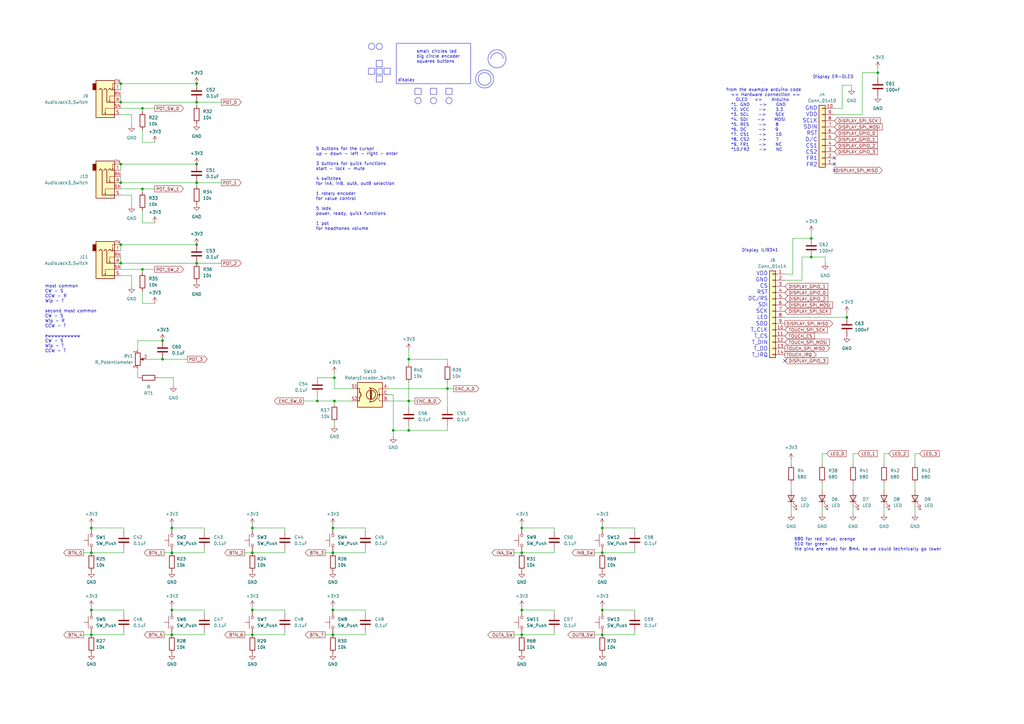
<source format=kicad_sch>
(kicad_sch (version 20230121) (generator eeschema)
  (paper "A3")
  (lib_symbols
    (symbol "Connector_Audio:AudioJack3_Switch"
      (property "Reference" "J" (at 0 11.43 0))
      (property "Value" "AudioJack3_Switch" (at 0 8.89 0))
      (symbol "AudioJack3_Switch_0_1"
        (rectangle (start -5.08 -5.08) (end -6.35 -7.62) (stroke (width 0.254)) (fill (type outline)))
        (polyline (pts (xy -1.27 4.826) (xy -1.016 4.318)))
        (polyline (pts (xy 0.508 -0.254) (xy 0.762 -0.762)))
        (polyline (pts (xy 1.778 -5.334) (xy 2.032 -5.842)))
        (polyline (pts (xy 0 -5.08) (xy 0.635 -5.715) (xy 1.27 -5.08) (xy 2.54 -5.08)) (stroke (width 0.254)))
        (polyline (pts (xy 2.54 -7.62) (xy 1.778 -7.62) (xy 1.778 -5.334) (xy 1.524 -5.842)))
        (polyline (pts (xy 2.54 -2.54) (xy 0.508 -2.54) (xy 0.508 -0.254) (xy 0.254 -0.762)))
        (polyline (pts (xy 2.54 2.54) (xy -1.27 2.54) (xy -1.27 4.826) (xy -1.524 4.318)))
        (polyline (pts (xy -1.905 -5.08) (xy -1.27 -5.715) (xy -0.635 -5.08) (xy -0.635 0) (xy 2.54 0)) (stroke (width 0.254)))
        (polyline (pts (xy 2.54 5.08) (xy -2.54 5.08) (xy -2.54 -5.08) (xy -3.175 -5.715) (xy -3.81 -5.08)) (stroke (width 0.254)))
        (rectangle (start 2.54 6.35) (end -5.08 -8.89) (stroke (width 0.254)) (fill (type background)))
      )
      (symbol "AudioJack3_Switch_1_1"
        (pin passive line (at 5.08 0 180) (length 2.54) (name "~") (number "R"))
        (pin passive line (at 5.08 -2.54 180) (length 2.54) (name "~") (number "RN"))
        (pin passive line (at 5.08 5.08 180) (length 2.54) (name "~") (number "S"))
        (pin passive line (at 5.08 2.54 180) (length 2.54) (name "~") (number "SN"))
        (pin passive line (at 5.08 -5.08 180) (length 2.54) (name "~") (number "T"))
        (pin passive line (at 5.08 -7.62 180) (length 2.54) (name "~") (number "TN"))
      )
    )
    (symbol "Connector_Generic:Conn_01x10" (pin_names (offset 1.016) hide)
      (property "Reference" "J" (at 0 12.7 0))
      (property "Value" "Conn_01x10" (at 0 -15.24 0))
      (symbol "Conn_01x10_1_1"
        (rectangle (start -1.27 -12.573) (end 0 -12.827) (stroke (width 0.1524)))
        (rectangle (start -1.27 -10.033) (end 0 -10.287) (stroke (width 0.1524)))
        (rectangle (start -1.27 -7.493) (end 0 -7.747) (stroke (width 0.1524)))
        (rectangle (start -1.27 -4.953) (end 0 -5.207) (stroke (width 0.1524)))
        (rectangle (start -1.27 -2.413) (end 0 -2.667) (stroke (width 0.1524)))
        (rectangle (start -1.27 0.127) (end 0 -0.127) (stroke (width 0.1524)))
        (rectangle (start -1.27 2.667) (end 0 2.413) (stroke (width 0.1524)))
        (rectangle (start -1.27 5.207) (end 0 4.953) (stroke (width 0.1524)))
        (rectangle (start -1.27 7.747) (end 0 7.493) (stroke (width 0.1524)))
        (rectangle (start -1.27 10.287) (end 0 10.033) (stroke (width 0.1524)))
        (rectangle (start -1.27 11.43) (end 1.27 -13.97) (stroke (width 0.254)) (fill (type background)))
        (pin passive line (at -5.08 10.16 0) (length 3.81) (name "Pin_1") (number "1"))
        (pin passive line (at -5.08 -12.7 0) (length 3.81) (name "Pin_10") (number "10"))
        (pin passive line (at -5.08 7.62 0) (length 3.81) (name "Pin_2") (number "2"))
        (pin passive line (at -5.08 5.08 0) (length 3.81) (name "Pin_3") (number "3"))
        (pin passive line (at -5.08 2.54 0) (length 3.81) (name "Pin_4") (number "4"))
        (pin passive line (at -5.08 0 0) (length 3.81) (name "Pin_5") (number "5"))
        (pin passive line (at -5.08 -2.54 0) (length 3.81) (name "Pin_6") (number "6"))
        (pin passive line (at -5.08 -5.08 0) (length 3.81) (name "Pin_7") (number "7"))
        (pin passive line (at -5.08 -7.62 0) (length 3.81) (name "Pin_8") (number "8"))
        (pin passive line (at -5.08 -10.16 0) (length 3.81) (name "Pin_9") (number "9"))
      )
    )
    (symbol "Connector_Generic:Conn_01x14" (pin_names (offset 1.016) hide)
      (property "Reference" "J" (at 0 17.78 0))
      (property "Value" "Conn_01x14" (at 0 -20.32 0))
      (symbol "Conn_01x14_1_1"
        (rectangle (start -1.27 -17.653) (end 0 -17.907) (stroke (width 0.1524)))
        (rectangle (start -1.27 -15.113) (end 0 -15.367) (stroke (width 0.1524)))
        (rectangle (start -1.27 -12.573) (end 0 -12.827) (stroke (width 0.1524)))
        (rectangle (start -1.27 -10.033) (end 0 -10.287) (stroke (width 0.1524)))
        (rectangle (start -1.27 -7.493) (end 0 -7.747) (stroke (width 0.1524)))
        (rectangle (start -1.27 -4.953) (end 0 -5.207) (stroke (width 0.1524)))
        (rectangle (start -1.27 -2.413) (end 0 -2.667) (stroke (width 0.1524)))
        (rectangle (start -1.27 0.127) (end 0 -0.127) (stroke (width 0.1524)))
        (rectangle (start -1.27 2.667) (end 0 2.413) (stroke (width 0.1524)))
        (rectangle (start -1.27 5.207) (end 0 4.953) (stroke (width 0.1524)))
        (rectangle (start -1.27 7.747) (end 0 7.493) (stroke (width 0.1524)))
        (rectangle (start -1.27 10.287) (end 0 10.033) (stroke (width 0.1524)))
        (rectangle (start -1.27 12.827) (end 0 12.573) (stroke (width 0.1524)))
        (rectangle (start -1.27 15.367) (end 0 15.113) (stroke (width 0.1524)))
        (rectangle (start -1.27 16.51) (end 1.27 -19.05) (stroke (width 0.254)) (fill (type background)))
        (pin passive line (at -5.08 15.24 0) (length 3.81) (name "Pin_1") (number "1"))
        (pin passive line (at -5.08 -7.62 0) (length 3.81) (name "Pin_10") (number "10"))
        (pin passive line (at -5.08 -10.16 0) (length 3.81) (name "Pin_11") (number "11"))
        (pin passive line (at -5.08 -12.7 0) (length 3.81) (name "Pin_12") (number "12"))
        (pin passive line (at -5.08 -15.24 0) (length 3.81) (name "Pin_13") (number "13"))
        (pin passive line (at -5.08 -17.78 0) (length 3.81) (name "Pin_14") (number "14"))
        (pin passive line (at -5.08 12.7 0) (length 3.81) (name "Pin_2") (number "2"))
        (pin passive line (at -5.08 10.16 0) (length 3.81) (name "Pin_3") (number "3"))
        (pin passive line (at -5.08 7.62 0) (length 3.81) (name "Pin_4") (number "4"))
        (pin passive line (at -5.08 5.08 0) (length 3.81) (name "Pin_5") (number "5"))
        (pin passive line (at -5.08 2.54 0) (length 3.81) (name "Pin_6") (number "6"))
        (pin passive line (at -5.08 0 0) (length 3.81) (name "Pin_7") (number "7"))
        (pin passive line (at -5.08 -2.54 0) (length 3.81) (name "Pin_8") (number "8"))
        (pin passive line (at -5.08 -5.08 0) (length 3.81) (name "Pin_9") (number "9"))
      )
    )
    (symbol "Device:C" (pin_numbers hide) (pin_names (offset 0.254))
      (property "Reference" "C" (at 0.635 2.54 0))
      (property "Value" "C" (at 0.635 -2.54 0))
      (symbol "C_0_1"
        (polyline (pts (xy -2.032 -0.762) (xy 2.032 -0.762)) (stroke (width 0.508)))
        (polyline (pts (xy -2.032 0.762) (xy 2.032 0.762)) (stroke (width 0.508)))
      )
      (symbol "C_1_1"
        (pin passive line (at 0 3.81 270) (length 2.794) (name "~") (number "1"))
        (pin passive line (at 0 -3.81 90) (length 2.794) (name "~") (number "2"))
      )
    )
    (symbol "Device:LED" (pin_numbers hide) (pin_names (offset 1.016) hide)
      (property "Reference" "D" (at 0 2.54 0))
      (property "Value" "LED" (at 0 -2.54 0))
      (symbol "LED_0_1"
        (polyline (pts (xy -1.27 -1.27) (xy -1.27 1.27)) (stroke (width 0.254)))
        (polyline (pts (xy -1.27 0) (xy 1.27 0)))
        (polyline (pts (xy 1.27 -1.27) (xy 1.27 1.27) (xy -1.27 0) (xy 1.27 -1.27)) (stroke (width 0.254)))
        (polyline (pts (xy -3.048 -0.762) (xy -4.572 -2.286) (xy -3.81 -2.286) (xy -4.572 -2.286) (xy -4.572 -1.524)))
        (polyline (pts (xy -1.778 -0.762) (xy -3.302 -2.286) (xy -2.54 -2.286) (xy -3.302 -2.286) (xy -3.302 -1.524)))
      )
      (symbol "LED_1_1"
        (pin passive line (at -3.81 0 0) (length 2.54) (name "K") (number "1"))
        (pin passive line (at 3.81 0 180) (length 2.54) (name "A") (number "2"))
      )
    )
    (symbol "Device:R" (pin_numbers hide) (pin_names (offset 0))
      (property "Reference" "R" (at 2.032 0 90))
      (property "Value" "R" (at 0 0 90))
      (symbol "R_0_1"
        (rectangle (start -1.016 -2.54) (end 1.016 2.54) (stroke (width 0.254)))
      )
      (symbol "R_1_1"
        (pin passive line (at 0 3.81 270) (length 1.27) (name "~") (number "1"))
        (pin passive line (at 0 -3.81 90) (length 1.27) (name "~") (number "2"))
      )
    )
    (symbol "Device:R_Potentiometer" (pin_names (offset 1.016) hide)
      (property "Reference" "RV" (at -4.445 0 90))
      (property "Value" "R_Potentiometer" (at -2.54 0 90))
      (symbol "R_Potentiometer_0_1"
        (polyline (pts (xy 2.54 0) (xy 1.524 0)))
        (polyline (pts (xy 1.143 0) (xy 2.286 0.508) (xy 2.286 -0.508) (xy 1.143 0)) (fill (type outline)))
        (rectangle (start 1.016 2.54) (end -1.016 -2.54) (stroke (width 0.254)))
      )
      (symbol "R_Potentiometer_1_1"
        (pin passive line (at 0 3.81 270) (length 1.27) (name "1") (number "1"))
        (pin passive line (at 3.81 0 180) (length 1.27) (name "2") (number "2"))
        (pin passive line (at 0 -3.81 90) (length 1.27) (name "3") (number "3"))
      )
    )
    (symbol "Device:RotaryEncoder_Switch" (pin_names (offset 0.254) hide)
      (property "Reference" "SW" (at 0 6.604 0))
      (property "Value" "RotaryEncoder_Switch" (at 0 -6.604 0))
      (symbol "RotaryEncoder_Switch_0_1"
        (rectangle (start -5.08 5.08) (end 5.08 -5.08) (stroke (width 0.254)) (fill (type background)))
        (circle (center -3.81 0) (radius 0.254) (fill (type outline)))
        (circle (center -0.381 0) (radius 1.905) (stroke (width 0.254)))
        (arc (start -0.381 2.667) (mid -3.0988 -0.0635) (end -0.381 -2.794) (stroke (width 0.254)))
        (polyline (pts (xy -0.635 -1.778) (xy -0.635 1.778)) (stroke (width 0.254)))
        (polyline (pts (xy -0.381 -1.778) (xy -0.381 1.778)) (stroke (width 0.254)))
        (polyline (pts (xy -0.127 1.778) (xy -0.127 -1.778)) (stroke (width 0.254)))
        (polyline (pts (xy 3.81 0) (xy 3.429 0)) (stroke (width 0.254)))
        (polyline (pts (xy 3.81 1.016) (xy 3.81 -1.016)) (stroke (width 0.254)))
        (polyline (pts (xy -5.08 -2.54) (xy -3.81 -2.54) (xy -3.81 -2.032)))
        (polyline (pts (xy -5.08 2.54) (xy -3.81 2.54) (xy -3.81 2.032)))
        (polyline (pts (xy 0.254 -3.048) (xy -0.508 -2.794) (xy 0.127 -2.413)) (stroke (width 0.254)))
        (polyline (pts (xy 0.254 2.921) (xy -0.508 2.667) (xy 0.127 2.286)) (stroke (width 0.254)))
        (polyline (pts (xy 5.08 -2.54) (xy 4.318 -2.54) (xy 4.318 -1.016)) (stroke (width 0.254)))
        (polyline (pts (xy 5.08 2.54) (xy 4.318 2.54) (xy 4.318 1.016)) (stroke (width 0.254)))
        (polyline (pts (xy -5.08 0) (xy -3.81 0) (xy -3.81 -1.016) (xy -3.302 -2.032)))
        (polyline (pts (xy -4.318 0) (xy -3.81 0) (xy -3.81 1.016) (xy -3.302 2.032)))
        (circle (center 4.318 -1.016) (radius 0.127) (stroke (width 0.254)))
        (circle (center 4.318 1.016) (radius 0.127) (stroke (width 0.254)))
      )
      (symbol "RotaryEncoder_Switch_1_1"
        (pin passive line (at -7.62 2.54 0) (length 2.54) (name "A") (number "A"))
        (pin passive line (at -7.62 -2.54 0) (length 2.54) (name "B") (number "B"))
        (pin passive line (at -7.62 0 0) (length 2.54) (name "C") (number "C"))
        (pin passive line (at 7.62 2.54 180) (length 2.54) (name "S1") (number "S1"))
        (pin passive line (at 7.62 -2.54 180) (length 2.54) (name "S2") (number "S2"))
      )
    )
    (symbol "Switch:SW_Push" (pin_numbers hide) (pin_names (offset 1.016) hide)
      (property "Reference" "SW" (at 1.27 2.54 0))
      (property "Value" "SW_Push" (at 0 -1.524 0))
      (symbol "SW_Push_0_1"
        (circle (center -2.032 0) (radius 0.508))
        (polyline (pts (xy 0 1.27) (xy 0 3.048)))
        (polyline (pts (xy 2.54 1.27) (xy -2.54 1.27)))
        (circle (center 2.032 0) (radius 0.508))
        (pin passive line (at -5.08 0 0) (length 2.54) (name "1") (number "1"))
        (pin passive line (at 5.08 0 180) (length 2.54) (name "2") (number "2"))
      )
    )
    (symbol "power:+3V3" (power) (pin_names (offset 0))
      (property "Value" "+3V3" (at 0 3.556 0))
      (symbol "+3V3_0_1"
        (polyline (pts (xy -0.762 1.27) (xy 0 2.54)))
        (polyline (pts (xy 0 0) (xy 0 2.54)))
        (polyline (pts (xy 0 2.54) (xy 0.762 1.27)))
      )
      (symbol "+3V3_1_1"
        (pin power_in line (at 0 0 90) (length 0) hide (name "+3V3") (number "1"))
      )
    )
    (symbol "power:GND" (power) (pin_names (offset 0))
      (property "Value" "GND" (at 0 -3.81 0))
      (symbol "GND_0_1"
        (polyline (pts (xy 0 0) (xy 0 -1.27) (xy 1.27 -1.27) (xy 0 -2.54) (xy -1.27 -1.27) (xy 0 -1.27)))
      )
      (symbol "GND_1_1"
        (pin power_in line (at 0 0 270) (length 0) hide (name "GND") (number "1"))
      )
    )
  )
  (junction (at 167.64 147.32))
  (junction (at 80.645 100.33))
  (junction (at 213.995 260.35))
  (junction (at 80.645 34.29))
  (junction (at 103.505 250.19))
  (junction (at 49.53 107.95))
  (junction (at 37.465 250.19))
  (junction (at 130.175 164.465))
  (junction (at 213.995 250.19))
  (junction (at 247.015 226.695))
  (junction (at 49.53 41.91))
  (junction (at 213.995 216.535))
  (junction (at 49.53 67.31))
  (junction (at 360.045 29.845))
  (junction (at 80.645 67.31))
  (junction (at 49.53 74.93))
  (junction (at 66.675 147.32))
  (junction (at 136.525 216.535))
  (junction (at 37.465 260.35))
  (junction (at 103.505 216.535))
  (junction (at 103.505 226.695))
  (junction (at 247.015 250.19))
  (junction (at 247.015 216.535))
  (junction (at 58.42 77.47))
  (junction (at 332.74 97.79))
  (junction (at 37.465 216.535))
  (junction (at 80.645 41.91))
  (junction (at 136.525 260.35))
  (junction (at 70.485 260.35))
  (junction (at 137.16 164.465))
  (junction (at 137.16 154.94))
  (junction (at 332.74 105.41))
  (junction (at 66.675 139.7))
  (junction (at 49.53 100.33))
  (junction (at 247.015 260.35))
  (junction (at 183.515 159.385))
  (junction (at 70.485 250.19))
  (junction (at 136.525 250.19))
  (junction (at 70.485 226.695))
  (junction (at 347.345 130.175))
  (junction (at 37.465 226.695))
  (junction (at 136.525 226.695))
  (junction (at 161.29 176.53))
  (junction (at 58.42 44.45))
  (junction (at 103.505 260.35))
  (junction (at 167.64 164.465))
  (junction (at 49.53 34.29))
  (junction (at 70.485 216.535))
  (junction (at 80.645 74.93))
  (junction (at 80.645 107.95))
  (junction (at 58.42 110.49))
  (junction (at 167.64 176.53))
  (junction (at 213.995 226.695))
  (no_connect (at 342.265 67.31))
  (no_connect (at 342.265 64.77))
  (no_connect (at 321.945 147.955))
  (no_connect (at 342.265 69.85))
  (wire (pts (xy 83.82 250.19) (xy 70.485 250.19)))
  (wire (pts (xy 375.285 208.28) (xy 375.285 210.82)))
  (wire (pts (xy 167.64 164.465) (xy 167.64 167.005)))
  (wire (pts (xy 167.64 164.465) (xy 159.385 164.465)))
  (wire (pts (xy 50.8 251.46) (xy 50.8 250.19)))
  (wire (pts (xy 328.93 105.41) (xy 332.74 105.41)))
  (wire (pts (xy 58.42 77.47) (xy 63.5 77.47)))
  (wire (pts (xy 338.455 107.95) (xy 338.455 105.41)))
  (wire (pts (xy 149.86 225.425) (xy 149.86 226.695)))
  (wire (pts (xy 37.465 248.92) (xy 37.465 250.19)))
  (wire (pts (xy 144.145 159.385) (xy 137.16 159.385)))
  (wire (pts (xy 183.515 156.845) (xy 183.515 159.385)))
  (wire (pts (xy 116.84 250.19) (xy 103.505 250.19)))
  (wire (pts (xy 260.35 259.08) (xy 260.35 260.35)))
  (wire (pts (xy 349.885 198.12) (xy 349.885 200.66)))
  (wire (pts (xy 49.53 110.49) (xy 58.42 110.49)))
  (wire (pts (xy 70.485 260.35) (xy 83.82 260.35)))
  (wire (pts (xy 37.465 215.265) (xy 37.465 216.535)))
  (wire (pts (xy 349.885 186.055) (xy 349.885 190.5)))
  (wire (pts (xy 50.8 250.19) (xy 37.465 250.19)))
  (wire (pts (xy 58.42 86.36) (xy 58.42 91.44)))
  (wire (pts (xy 56.515 139.7) (xy 66.675 139.7)))
  (wire (pts (xy 70.485 248.92) (xy 70.485 250.19)))
  (wire (pts (xy 167.64 147.32) (xy 183.515 147.32)))
  (wire (pts (xy 375.285 186.055) (xy 375.285 190.5)))
  (wire (pts (xy 34.29 260.35) (xy 37.465 260.35)))
  (wire (pts (xy 130.175 154.94) (xy 137.16 154.94)))
  (wire (pts (xy 227.33 250.19) (xy 213.995 250.19)))
  (wire (pts (xy 71.12 154.94) (xy 71.12 158.115)))
  (wire (pts (xy 167.64 176.53) (xy 161.29 176.53)))
  (wire (pts (xy 116.84 217.805) (xy 116.84 216.535)))
  (wire (pts (xy 49.53 34.29) (xy 80.645 34.29)))
  (wire (pts (xy 58.42 91.44) (xy 63.5 91.44)))
  (wire (pts (xy 37.465 260.35) (xy 50.8 260.35)))
  (wire (pts (xy 137.16 153.035) (xy 137.16 154.94)))
  (wire (pts (xy 364.49 186.055) (xy 362.585 186.055)))
  (wire (pts (xy 116.84 251.46) (xy 116.84 250.19)))
  (wire (pts (xy 167.64 156.845) (xy 167.64 164.465)))
  (wire (pts (xy 161.29 176.53) (xy 161.29 179.07)))
  (wire (pts (xy 58.42 124.46) (xy 63.5 124.46)))
  (wire (pts (xy 49.53 44.45) (xy 58.42 44.45)))
  (wire (pts (xy 64.77 154.94) (xy 71.12 154.94)))
  (wire (pts (xy 116.84 259.08) (xy 116.84 260.35)))
  (wire (pts (xy 362.585 186.055) (xy 362.585 190.5)))
  (wire (pts (xy 328.93 114.935) (xy 328.93 105.41)))
  (wire (pts (xy 338.455 105.41) (xy 332.74 105.41)))
  (wire (pts (xy 60.325 147.32) (xy 66.675 147.32)))
  (wire (pts (xy 260.35 251.46) (xy 260.35 250.19)))
  (wire (pts (xy 83.82 216.535) (xy 70.485 216.535)))
  (wire (pts (xy 183.515 174.625) (xy 183.515 176.53)))
  (wire (pts (xy 260.35 225.425) (xy 260.35 226.695)))
  (wire (pts (xy 49.53 100.33) (xy 49.53 102.87)))
  (wire (pts (xy 58.42 53.34) (xy 58.42 58.42)))
  (wire (pts (xy 213.995 260.35) (xy 227.33 260.35)))
  (wire (pts (xy 49.53 39.37) (xy 49.53 41.91)))
  (wire (pts (xy 137.16 174.625) (xy 137.16 173.355)))
  (wire (pts (xy 167.64 174.625) (xy 167.64 176.53)))
  (wire (pts (xy 149.86 259.08) (xy 149.86 260.35)))
  (wire (pts (xy 130.175 164.465) (xy 137.16 164.465)))
  (wire (pts (xy 243.84 260.35) (xy 247.015 260.35)))
  (wire (pts (xy 342.265 44.45) (xy 345.44 44.45)))
  (wire (pts (xy 227.33 225.425) (xy 227.33 226.695)))
  (wire (pts (xy 324.485 208.28) (xy 324.485 210.82)))
  (wire (pts (xy 349.25 34.925) (xy 349.25 36.195)))
  (wire (pts (xy 183.515 176.53) (xy 167.64 176.53)))
  (wire (pts (xy 247.015 260.35) (xy 260.35 260.35)))
  (wire (pts (xy 49.53 105.41) (xy 49.53 107.95)))
  (wire (pts (xy 167.64 147.32) (xy 167.64 149.225)))
  (wire (pts (xy 167.64 164.465) (xy 170.18 164.465)))
  (wire (pts (xy 83.82 225.425) (xy 83.82 226.695)))
  (wire (pts (xy 339.09 186.055) (xy 337.185 186.055)))
  (wire (pts (xy 80.645 41.91) (xy 90.805 41.91)))
  (wire (pts (xy 353.695 46.99) (xy 342.265 46.99)))
  (wire (pts (xy 58.42 58.42) (xy 63.5 58.42)))
  (wire (pts (xy 49.53 113.03) (xy 53.975 113.03)))
  (wire (pts (xy 227.33 216.535) (xy 213.995 216.535)))
  (wire (pts (xy 58.42 44.45) (xy 58.42 45.72)))
  (wire (pts (xy 56.515 151.13) (xy 56.515 154.94)))
  (wire (pts (xy 103.505 226.695) (xy 116.84 226.695)))
  (wire (pts (xy 247.015 226.695) (xy 260.35 226.695)))
  (wire (pts (xy 67.31 226.695) (xy 70.485 226.695)))
  (wire (pts (xy 349.885 208.28) (xy 349.885 210.82)))
  (wire (pts (xy 337.185 186.055) (xy 337.185 190.5)))
  (wire (pts (xy 260.35 216.535) (xy 247.015 216.535)))
  (wire (pts (xy 136.525 248.92) (xy 136.525 250.19)))
  (wire (pts (xy 58.42 110.49) (xy 58.42 111.76)))
  (wire (pts (xy 53.975 46.99) (xy 53.975 51.435)))
  (wire (pts (xy 345.44 44.45) (xy 345.44 34.925)))
  (wire (pts (xy 37.465 226.695) (xy 50.8 226.695)))
  (wire (pts (xy 213.995 226.695) (xy 227.33 226.695)))
  (wire (pts (xy 49.53 100.33) (xy 80.645 100.33)))
  (wire (pts (xy 161.29 161.925) (xy 161.29 176.53)))
  (wire (pts (xy 83.82 251.46) (xy 83.82 250.19)))
  (wire (pts (xy 50.8 217.805) (xy 50.8 216.535)))
  (wire (pts (xy 210.82 226.695) (xy 213.995 226.695)))
  (wire (pts (xy 80.645 41.91) (xy 80.645 43.18)))
  (wire (pts (xy 347.345 130.175) (xy 347.345 128.27)))
  (wire (pts (xy 332.74 95.25) (xy 332.74 97.79)))
  (wire (pts (xy 137.16 164.465) (xy 144.145 164.465)))
  (wire (pts (xy 159.385 159.385) (xy 183.515 159.385)))
  (wire (pts (xy 247.015 215.265) (xy 247.015 216.535)))
  (wire (pts (xy 49.53 74.93) (xy 80.645 74.93)))
  (wire (pts (xy 149.86 250.19) (xy 136.525 250.19)))
  (wire (pts (xy 353.695 29.845) (xy 353.695 46.99)))
  (wire (pts (xy 50.8 259.08) (xy 50.8 260.35)))
  (wire (pts (xy 325.12 112.395) (xy 321.945 112.395)))
  (wire (pts (xy 133.35 260.35) (xy 136.525 260.35)))
  (wire (pts (xy 58.42 119.38) (xy 58.42 124.46)))
  (wire (pts (xy 58.42 44.45) (xy 63.5 44.45)))
  (wire (pts (xy 53.975 113.03) (xy 53.975 117.475)))
  (wire (pts (xy 360.045 29.845) (xy 360.045 27.94)))
  (wire (pts (xy 130.175 162.56) (xy 130.175 164.465)))
  (wire (pts (xy 50.8 216.535) (xy 37.465 216.535)))
  (wire (pts (xy 321.945 114.935) (xy 328.93 114.935)))
  (wire (pts (xy 137.16 154.94) (xy 137.16 159.385)))
  (wire (pts (xy 353.695 29.845) (xy 360.045 29.845)))
  (wire (pts (xy 103.505 215.265) (xy 103.505 216.535)))
  (wire (pts (xy 100.33 226.695) (xy 103.505 226.695)))
  (wire (pts (xy 167.64 143.51) (xy 167.64 147.32)))
  (wire (pts (xy 103.505 260.35) (xy 116.84 260.35)))
  (wire (pts (xy 58.42 77.47) (xy 58.42 78.74)))
  (wire (pts (xy 324.485 198.12) (xy 324.485 200.66)))
  (wire (pts (xy 83.82 259.08) (xy 83.82 260.35)))
  (wire (pts (xy 50.8 225.425) (xy 50.8 226.695)))
  (wire (pts (xy 149.86 216.535) (xy 136.525 216.535)))
  (wire (pts (xy 183.515 159.385) (xy 183.515 167.005)))
  (wire (pts (xy 80.645 74.93) (xy 80.645 76.2)))
  (wire (pts (xy 58.42 110.49) (xy 63.5 110.49)))
  (wire (pts (xy 243.84 226.695) (xy 247.015 226.695)))
  (wire (pts (xy 137.16 165.735) (xy 137.16 164.465)))
  (wire (pts (xy 100.33 260.35) (xy 103.505 260.35)))
  (wire (pts (xy 116.84 225.425) (xy 116.84 226.695)))
  (wire (pts (xy 149.86 217.805) (xy 149.86 216.535)))
  (wire (pts (xy 227.33 251.46) (xy 227.33 250.19)))
  (wire (pts (xy 213.995 215.265) (xy 213.995 216.535)))
  (wire (pts (xy 321.945 130.175) (xy 347.345 130.175)))
  (wire (pts (xy 66.675 147.32) (xy 76.835 147.32)))
  (wire (pts (xy 377.19 186.055) (xy 375.285 186.055)))
  (wire (pts (xy 49.53 107.95) (xy 80.645 107.95)))
  (wire (pts (xy 375.285 198.12) (xy 375.285 200.66)))
  (wire (pts (xy 210.82 260.35) (xy 213.995 260.35)))
  (wire (pts (xy 34.29 226.695) (xy 37.465 226.695)))
  (wire (pts (xy 103.505 248.92) (xy 103.505 250.19)))
  (wire (pts (xy 136.525 226.695) (xy 149.86 226.695)))
  (wire (pts (xy 149.86 251.46) (xy 149.86 250.19)))
  (wire (pts (xy 362.585 198.12) (xy 362.585 200.66)))
  (wire (pts (xy 49.53 41.91) (xy 80.645 41.91)))
  (wire (pts (xy 83.82 217.805) (xy 83.82 216.535)))
  (wire (pts (xy 136.525 260.35) (xy 149.86 260.35)))
  (wire (pts (xy 49.53 34.29) (xy 49.53 36.83)))
  (wire (pts (xy 325.12 97.79) (xy 332.74 97.79)))
  (wire (pts (xy 70.485 215.265) (xy 70.485 216.535)))
  (wire (pts (xy 351.79 186.055) (xy 349.885 186.055)))
  (wire (pts (xy 49.53 80.01) (xy 53.975 80.01)))
  (wire (pts (xy 49.53 77.47) (xy 58.42 77.47)))
  (wire (pts (xy 80.645 107.95) (xy 90.805 107.95)))
  (wire (pts (xy 362.585 208.28) (xy 362.585 210.82)))
  (wire (pts (xy 337.185 198.12) (xy 337.185 200.66)))
  (wire (pts (xy 49.53 67.31) (xy 80.645 67.31)))
  (wire (pts (xy 159.385 161.925) (xy 161.29 161.925)))
  (wire (pts (xy 227.33 259.08) (xy 227.33 260.35)))
  (wire (pts (xy 70.485 226.695) (xy 83.82 226.695)))
  (wire (pts (xy 260.35 217.805) (xy 260.35 216.535)))
  (wire (pts (xy 116.84 216.535) (xy 103.505 216.535)))
  (wire (pts (xy 247.015 248.92) (xy 247.015 250.19)))
  (wire (pts (xy 136.525 215.265) (xy 136.525 216.535)))
  (wire (pts (xy 124.46 164.465) (xy 130.175 164.465)))
  (wire (pts (xy 325.12 97.79) (xy 325.12 112.395)))
  (wire (pts (xy 49.53 46.99) (xy 53.975 46.99)))
  (wire (pts (xy 227.33 217.805) (xy 227.33 216.535)))
  (wire (pts (xy 53.975 80.01) (xy 53.975 84.455)))
  (wire (pts (xy 260.35 250.19) (xy 247.015 250.19)))
  (wire (pts (xy 213.995 248.92) (xy 213.995 250.19)))
  (wire (pts (xy 49.53 67.31) (xy 49.53 69.85)))
  (wire (pts (xy 67.31 260.35) (xy 70.485 260.35)))
  (wire (pts (xy 360.045 29.845) (xy 360.045 31.75)))
  (wire (pts (xy 56.515 139.7) (xy 56.515 143.51)))
  (wire (pts (xy 133.35 226.695) (xy 136.525 226.695)))
  (wire (pts (xy 345.44 34.925) (xy 349.25 34.925)))
  (wire (pts (xy 56.515 154.94) (xy 57.15 154.94)))
  (wire (pts (xy 49.53 72.39) (xy 49.53 74.93)))
  (wire (pts (xy 324.485 188.595) (xy 324.485 190.5)))
  (wire (pts (xy 337.185 208.28) (xy 337.185 210.82)))
  (wire (pts (xy 186.055 159.385) (xy 183.515 159.385)))
  (wire (pts (xy 183.515 147.32) (xy 183.515 149.225)))
  (wire (pts (xy 80.645 74.93) (xy 90.805 74.93)))
  (rectangle (start 182.88 36.195) (end 185.42 38.735))
  (rectangle (start 157.48 27.94) (end 160.02 30.48))
  (rectangle (start 151.13 27.94) (end 153.67 30.48))
  (circle (center 155.575 19.05) (radius 1.27))
  (circle (center 171.45 41.275) (radius 1.27))
  (rectangle (start 176.53 36.195) (end 179.07 38.735))
  (arc (start 201.295 24.13) (mid 203.835 21.653) (end 206.375 24.13))
  (circle (center 198.755 32.385) (radius 3.7027))
  (circle (center 152.4 19.05) (radius 1.27))
  (rectangle (start 170.18 36.195) (end 172.72 38.735))
  (rectangle (start 162.56 17.78) (end 193.04 34.29))
  (circle (center 203.835 24.13) (radius 3.7027))
  (circle (center 177.8 41.275) (radius 1.27))
  (rectangle (start 154.305 31.115) (end 156.845 33.655))
  (circle (center 198.755 32.385) (radius 2.6182))
  (circle (center 184.15 41.275) (radius 1.27))
  (rectangle (start 154.305 24.765) (end 156.845 27.305))
  (rectangle (start 154.305 27.94) (end 156.845 30.48))
  (text "680 for red, blue, orange\n510 for green\nthe pins are rated for 8mA, so we could technically go lower\n" (at 325.755 226.06 0) (effects (font (size 1.27 1.27)) (justify left bottom)))
  (text "Display ER-OLED\n" (at 333.375 32.385 0) (effects (font (size 1.27 1.27)) (justify left bottom)))
  (text "Display ILI9341\n" (at 304.165 103.505 0) (effects (font (size 1.27 1.27)) (justify left bottom)))
  (text "from the example arduino code\n  == Hardware connection ==\n    OLED   =>    Arduino\n  *1. GND    ->    GND\n  *2. VCC    ->    3.3\n  *3. SCL    ->    SCK\n  *4. SDI    ->    MOSI\n  *5. RES    ->    8  \n  *6. DC     ->    9\n  *7. CS1    ->    10\n  *8. CS2    ->    7 \n  *9. FR1    ->    NC\n  *10.FR2    ->    NC  " (at 297.815 62.23 0) (effects (font (size 1.27 1.27)) (justify left bottom)))
  (text "VDD\nGND\nCS\nRST\nDC/RS\nSDI\nSCK\nLED\nSDO\nT_CLK\nT_CS\nT_DIN\nT_DO\nT_IRQ" (at 314.96 146.685 0) (effects (font (size 1.6 1.6)) (justify right bottom)))
  (text "5 buttons for the cursor\nup - down - left - right - enter\n\n3 buttons for quick functions\nstart - lock - mute\n\n4 switches \nfor inA, inB, outA, outB selection\n\n1 rotary encoder\nfor value control\n\n5 leds\npower, ready, quick functions\n\n1 pot\nfor headhones volume" (at 129.54 94.615 0) (effects (font (size 1.27 1.27)) (justify left bottom)))
  (text "most common\nCW - S\nCCW - R\nWip - T\n\nsecond most common\nCW - S\nWip - R\nCCW - T\n\newwwwwwwwww\nCW - S\nWip - T\nCCW - T" (at 18.415 144.78 0) (effects (font (size 1.27 1.27)) (justify left bottom)))
  (text "GND\nVDD\nSCLK\nSDIN\nRST\nD/C\nCS1\nCS2\nFR1\nFR2" (at 335.28 68.58 0) (effects (font (size 1.6 1.6)) (justify right bottom)))
  (text "small circles led\nbig circle encoder\nsquares buttons" (at 170.815 26.035 0) (effects (font (size 1.27 1.27)) (justify left bottom)))
  (text "display\n" (at 163.195 33.655 0) (effects (font (size 1.27 1.27)) (justify left bottom)))
  (global_label "TOUCH_CS" (shape input) (at 321.945 137.795 0) (property "Intersheetrefs" "${INTERSHEET_REFS}" (effects hide)))
  (global_label "POT_SW_0" (shape output) (at 63.5 44.45 0) (property "Intersheetrefs" "${INTERSHEET_REFS}" (effects hide)))
  (global_label "BTN_0" (shape output) (at 34.29 226.695 180) (property "Intersheetrefs" "${INTERSHEET_REFS}" (effects hide)))
  (global_label "DISPLAY_GPIO_3" (shape input) (at 342.265 62.23 0) (property "Intersheetrefs" "${INTERSHEET_REFS}" (effects hide)))
  (global_label "LED_1" (shape input) (at 351.79 186.055 0) (property "Intersheetrefs" "${INTERSHEET_REFS}" (effects hide)))
  (global_label "DISPLAY_GPIO_0" (shape input) (at 342.265 54.61 0) (property "Intersheetrefs" "${INTERSHEET_REFS}" (effects hide)))
  (global_label "DISPLAY_GPIO_2" (shape input) (at 321.945 122.555 0) (property "Intersheetrefs" "${INTERSHEET_REFS}" (effects hide)))
  (global_label "LED_3" (shape input) (at 377.19 186.055 0) (property "Intersheetrefs" "${INTERSHEET_REFS}" (effects hide)))
  (global_label "DISPLAY_SPI_MOSI" (shape input) (at 342.265 52.07 0) (property "Intersheetrefs" "${INTERSHEET_REFS}" (effects hide)))
  (global_label "POT_SW_1" (shape output) (at 63.5 77.47 0) (property "Intersheetrefs" "${INTERSHEET_REFS}" (effects hide)))
  (global_label "LED_2" (shape input) (at 364.49 186.055 0) (property "Intersheetrefs" "${INTERSHEET_REFS}" (effects hide)))
  (global_label "TOUCH_SPI_MOSI" (shape input) (at 321.945 140.335 0) (property "Intersheetrefs" "${INTERSHEET_REFS}" (effects hide)))
  (global_label "DISPLAY_SPI_MOSI" (shape input) (at 321.945 125.095 0) (property "Intersheetrefs" "${INTERSHEET_REFS}" (effects hide)))
  (global_label "TOUCH_SPI_SCK" (shape input) (at 321.945 135.255 0) (property "Intersheetrefs" "${INTERSHEET_REFS}" (effects hide)))
  (global_label "POT_0" (shape output) (at 90.805 41.91 0) (property "Intersheetrefs" "${INTERSHEET_REFS}" (effects hide)))
  (global_label "OUTA_SW" (shape output) (at 210.82 260.35 180) (property "Intersheetrefs" "${INTERSHEET_REFS}" (effects hide)))
  (global_label "DISPLAY_GPIO_3" (shape input) (at 321.945 147.955 0) (property "Intersheetrefs" "${INTERSHEET_REFS}" (effects hide)))
  (global_label "POT_1" (shape output) (at 90.805 74.93 0) (property "Intersheetrefs" "${INTERSHEET_REFS}" (effects hide)))
  (global_label "LED_0" (shape input) (at 339.09 186.055 0) (property "Intersheetrefs" "${INTERSHEET_REFS}" (effects hide)))
  (global_label "BTN_7" (shape output) (at 133.35 260.35 180) (property "Intersheetrefs" "${INTERSHEET_REFS}" (effects hide)))
  (global_label "DISPLAY_SPI_MISO" (shape output) (at 342.265 69.85 0) (property "Intersheetrefs" "${INTERSHEET_REFS}" (effects hide)))
  (global_label "POT_3" (shape output) (at 76.835 147.32 0) (property "Intersheetrefs" "${INTERSHEET_REFS}" (effects hide)))
  (global_label "ENC_SW_0" (shape output) (at 124.46 164.465 180) (property "Intersheetrefs" "${INTERSHEET_REFS}" (effects hide)))
  (global_label "BTN_6" (shape output) (at 100.33 260.35 180) (property "Intersheetrefs" "${INTERSHEET_REFS}" (effects hide)))
  (global_label "BTN_3" (shape output) (at 133.35 226.695 180) (property "Intersheetrefs" "${INTERSHEET_REFS}" (effects hide)))
  (global_label "ENC_A_0" (shape output) (at 186.055 159.385 0) (property "Intersheetrefs" "${INTERSHEET_REFS}" (effects hide)))
  (global_label "POT_2" (shape output) (at 90.805 107.95 0) (property "Intersheetrefs" "${INTERSHEET_REFS}" (effects hide)))
  (global_label "BTN_4" (shape output) (at 34.29 260.35 180) (property "Intersheetrefs" "${INTERSHEET_REFS}" (effects hide)))
  (global_label "DISPLAY_SPI_MISO" (shape output) (at 321.945 132.715 0) (property "Intersheetrefs" "${INTERSHEET_REFS}" (effects hide)))
  (global_label "DISPLAY_SPI_SCK" (shape input) (at 321.945 127.635 0) (property "Intersheetrefs" "${INTERSHEET_REFS}" (effects hide)))
  (global_label "DISPLAY_GPIO_1" (shape input) (at 321.945 117.475 0) (property "Intersheetrefs" "${INTERSHEET_REFS}" (effects hide)))
  (global_label "DISPLAY_GPIO_2" (shape input) (at 342.265 59.69 0) (property "Intersheetrefs" "${INTERSHEET_REFS}" (effects hide)))
  (global_label "INB_SW" (shape output) (at 243.84 226.695 180) (property "Intersheetrefs" "${INTERSHEET_REFS}" (effects hide)))
  (global_label "ENC_B_0" (shape output) (at 170.18 164.465 0) (property "Intersheetrefs" "${INTERSHEET_REFS}" (effects hide)))
  (global_label "TOUCH_SPI_MISO" (shape output) (at 321.945 142.875 0) (property "Intersheetrefs" "${INTERSHEET_REFS}" (effects hide)))
  (global_label "OUTB_SW" (shape output) (at 243.84 260.35 180) (property "Intersheetrefs" "${INTERSHEET_REFS}" (effects hide)))
  (global_label "DISPLAY_SPI_SCK" (shape input) (at 342.265 49.53 0) (property "Intersheetrefs" "${INTERSHEET_REFS}" (effects hide)))
  (global_label "BTN_5" (shape output) (at 67.31 260.35 180) (property "Intersheetrefs" "${INTERSHEET_REFS}" (effects hide)))
  (global_label "DISPLAY_GPIO_1" (shape input) (at 342.265 57.15 0) (property "Intersheetrefs" "${INTERSHEET_REFS}" (effects hide)))
  (global_label "BTN_1" (shape output) (at 67.31 226.695 180) (property "Intersheetrefs" "${INTERSHEET_REFS}" (effects hide)))
  (global_label "TOUCH_IRQ" (shape output) (at 321.945 145.415 0) (property "Intersheetrefs" "${INTERSHEET_REFS}" (effects hide)))
  (global_label "DISPLAY_GPIO_0" (shape input) (at 321.945 120.015 0) (property "Intersheetrefs" "${INTERSHEET_REFS}" (effects hide)))
  (global_label "BTN_2" (shape output) (at 100.33 226.695 180) (property "Intersheetrefs" "${INTERSHEET_REFS}" (effects hide)))
  (global_label "INA_SW" (shape output) (at 210.82 226.695 180) (property "Intersheetrefs" "${INTERSHEET_REFS}" (effects hide)))
  (global_label "POT_SW_2" (shape output) (at 63.5 110.49 0) (property "Intersheetrefs" "${INTERSHEET_REFS}" (effects hide)))
  (symbol (lib_id "Device:R") (at 137.16 169.545 0) (mirror y) (unit 1)
    (property "Reference" "R37" (at 135.255 168.275 0) (effects (justify left)))
    (property "Value" "10k" (at 135.255 170.815 0) (effects (justify left)))
  )
  (symbol (lib_id "Device:R") (at 58.42 82.55 180) (unit 1)
    (property "Reference" "R33" (at 60.96 81.28 0) (effects (justify right)))
    (property "Value" "10k" (at 60.96 83.82 0) (effects (justify right)))
  )
  (symbol (lib_id "Device:C") (at 83.82 221.615 0) (unit 1)
    (property "Reference" "C43" (at 87.63 220.345 0) (effects (justify left)))
    (property "Value" "0.1uF" (at 87.63 222.885 0) (effects (justify left)))
  )
  (symbol (lib_id "power:GND") (at 375.285 210.82 0) (unit 1)
    (property "Reference" "#PWR0146" (effects hide))
    (property "Value" "GND" (at 375.285 215.9 0))
  )
  (symbol (lib_id "Device:R") (at 70.485 264.16 0) (unit 1)
    (property "Reference" "R28" (at 72.39 262.89 0) (effects (justify left)))
    (property "Value" "10k" (at 72.39 265.43 0) (effects (justify left)))
  )
  (symbol (lib_id "Device:C") (at 260.35 255.27 0) (unit 1)
    (property "Reference" "C59" (at 264.16 254 0) (effects (justify left)))
    (property "Value" "0.1uF" (at 264.16 256.54 0) (effects (justify left)))
  )
  (symbol (lib_id "Device:R") (at 37.465 230.505 0) (unit 1)
    (property "Reference" "R25" (at 39.37 229.235 0) (effects (justify left)))
    (property "Value" "10k" (at 39.37 231.775 0) (effects (justify left)))
  )
  (symbol (lib_id "Device:R") (at 80.645 46.99 180) (unit 1)
    (property "Reference" "R32" (at 83.185 45.72 0) (effects (justify right)))
    (property "Value" "10k" (at 83.185 48.26 0) (effects (justify right)))
  )
  (symbol (lib_id "Device:R") (at 349.885 194.31 0) (unit 1)
    (property "Reference" "R41" (at 352.425 193.04 0) (effects (justify left)))
    (property "Value" "680" (at 352.425 195.58 0) (effects (justify left)))
  )
  (symbol (lib_id "Device:R") (at 103.505 230.505 0) (unit 1)
    (property "Reference" "R24" (at 105.41 229.235 0) (effects (justify left)))
    (property "Value" "10k" (at 105.41 231.775 0) (effects (justify left)))
  )
  (symbol (lib_id "Device:R") (at 37.465 264.16 0) (unit 1)
    (property "Reference" "R27" (at 39.37 262.89 0) (effects (justify left)))
    (property "Value" "10k" (at 39.37 265.43 0) (effects (justify left)))
  )
  (symbol (lib_id "power:GND") (at 161.29 179.07 0) (mirror y) (unit 1)
    (property "Reference" "#PWR0136" (effects hide))
    (property "Value" "GND" (at 161.29 183.515 0))
  )
  (symbol (lib_id "power:GND") (at 324.485 210.82 0) (unit 1)
    (property "Reference" "#PWR052" (effects hide))
    (property "Value" "GND" (at 324.485 215.9 0))
  )
  (symbol (lib_id "power:+3V3") (at 70.485 215.265 0) (unit 1)
    (property "Reference" "#PWR064" (effects hide))
    (property "Value" "+3V3" (at 70.485 210.82 0))
  )
  (symbol (lib_id "power:GND") (at 136.525 234.315 0) (unit 1)
    (property "Reference" "#PWR071" (effects hide))
    (property "Value" "GND" (at 136.525 238.76 0))
  )
  (symbol (lib_id "Device:R") (at 213.995 230.505 0) (unit 1)
    (property "Reference" "R31" (at 215.9 229.235 0) (effects (justify left)))
    (property "Value" "10k" (at 215.9 231.775 0) (effects (justify left)))
  )
  (symbol (lib_id "power:GND") (at 70.485 234.315 0) (unit 1)
    (property "Reference" "#PWR065" (effects hide))
    (property "Value" "GND" (at 70.485 238.76 0))
  )
  (symbol (lib_id "Device:R") (at 60.96 154.94 90) (mirror x) (unit 1)
    (property "Reference" "R71" (at 60.96 161.29 90))
    (property "Value" "R" (at 60.96 158.75 90))
  )
  (symbol (lib_id "Device:R") (at 362.585 194.31 0) (unit 1)
    (property "Reference" "R42" (at 365.125 193.04 0) (effects (justify left)))
    (property "Value" "680" (at 365.125 195.58 0) (effects (justify left)))
  )
  (symbol (lib_id "Switch:SW_Push") (at 70.485 221.615 90) (unit 1)
    (property "Reference" "SW2" (at 72.39 220.345 90) (effects (justify right)))
    (property "Value" "SW_Push" (at 72.39 222.885 90) (effects (justify right)))
  )
  (symbol (lib_id "Device:R") (at 136.525 264.16 0) (unit 1)
    (property "Reference" "R30" (at 138.43 262.89 0) (effects (justify left)))
    (property "Value" "10k" (at 138.43 265.43 0) (effects (justify left)))
  )
  (symbol (lib_id "Switch:SW_Push") (at 70.485 255.27 90) (unit 1)
    (property "Reference" "SW6" (at 72.39 254 90) (effects (justify right)))
    (property "Value" "SW_Push" (at 72.39 256.54 90) (effects (justify right)))
  )
  (symbol (lib_id "Device:C") (at 116.84 221.615 0) (unit 1)
    (property "Reference" "C44" (at 120.65 220.345 0) (effects (justify left)))
    (property "Value" "0.1uF" (at 120.65 222.885 0) (effects (justify left)))
  )
  (symbol (lib_id "Device:LED") (at 375.285 204.47 90) (unit 1)
    (property "Reference" "D9" (at 379.095 204.7875 90) (effects (justify right)))
    (property "Value" "LED" (at 379.095 207.3275 90) (effects (justify right)))
  )
  (symbol (lib_id "power:+3V3") (at 324.485 188.595 0) (unit 1)
    (property "Reference" "#PWR025" (effects hide))
    (property "Value" "+3V3" (at 324.485 183.515 0))
  )
  (symbol (lib_id "Device:R") (at 167.64 153.035 0) (unit 1)
    (property "Reference" "R40" (at 169.545 151.765 0) (effects (justify left)))
    (property "Value" "10k" (at 169.545 154.305 0) (effects (justify left)))
  )
  (symbol (lib_id "Device:C") (at 66.675 143.51 0) (unit 1)
    (property "Reference" "C60" (at 70.485 142.24 0) (effects (justify left)))
    (property "Value" "0.1uF" (at 70.485 144.78 0) (effects (justify left)))
  )
  (symbol (lib_id "Device:R") (at 136.525 230.505 0) (unit 1)
    (property "Reference" "R26" (at 138.43 229.235 0) (effects (justify left)))
    (property "Value" "10k" (at 138.43 231.775 0) (effects (justify left)))
  )
  (symbol (lib_id "Device:R") (at 324.485 194.31 0) (unit 1)
    (property "Reference" "R4" (at 327.025 193.04 0) (effects (justify left)))
    (property "Value" "680" (at 327.025 195.58 0) (effects (justify left)))
  )
  (symbol (lib_id "power:+3V3") (at 213.995 215.265 0) (unit 1)
    (property "Reference" "#PWR0121" (effects hide))
    (property "Value" "+3V3" (at 213.995 210.82 0))
  )
  (symbol (lib_id "Device:C") (at 227.33 221.615 0) (unit 1)
    (property "Reference" "C50" (at 231.14 220.345 0) (effects (justify left)))
    (property "Value" "0.1uF" (at 231.14 222.885 0) (effects (justify left)))
  )
  (symbol (lib_id "power:+3V3") (at 247.015 215.265 0) (unit 1)
    (property "Reference" "#PWR0143" (effects hide))
    (property "Value" "+3V3" (at 247.015 210.82 0))
  )
  (symbol (lib_id "power:GND") (at 337.185 210.82 0) (unit 1)
    (property "Reference" "#PWR0140" (effects hide))
    (property "Value" "GND" (at 337.185 215.9 0))
  )
  (symbol (lib_id "power:GND") (at 80.645 83.82 0) (unit 1)
    (property "Reference" "#PWR0129" (effects hide))
    (property "Value" "GND" (at 80.645 88.9 0))
  )
  (symbol (lib_id "power:GND") (at 80.645 115.57 0) (unit 1)
    (property "Reference" "#PWR0133" (effects hide))
    (property "Value" "GND" (at 80.645 120.65 0))
  )
  (symbol (lib_id "Device:C") (at 50.8 221.615 0) (unit 1)
    (property "Reference" "C42" (at 54.61 220.345 0) (effects (justify left)))
    (property "Value" "0.1uF" (at 54.61 222.885 0) (effects (justify left)))
  )
  (symbol (lib_id "power:GND") (at 53.975 117.475 0) (unit 1)
    (property "Reference" "#PWR0130" (effects hide))
    (property "Value" "GND" (at 53.975 122.555 0))
  )
  (symbol (lib_id "Switch:SW_Push") (at 213.995 255.27 90) (unit 1)
    (property "Reference" "SW11" (at 215.9 254 90) (effects (justify right)))
    (property "Value" "SW_Push" (at 215.9 256.54 90) (effects (justify right)))
  )
  (symbol (lib_id "power:GND") (at 347.345 137.795 0) (unit 1)
    (property "Reference" "#PWR081" (effects hide))
    (property "Value" "GND" (at 347.345 142.875 0))
  )
  (symbol (lib_id "power:GND") (at 37.465 234.315 0) (unit 1)
    (property "Reference" "#PWR069" (effects hide))
    (property "Value" "GND" (at 37.465 238.76 0))
  )
  (symbol (lib_id "Device:R") (at 247.015 230.505 0) (unit 1)
    (property "Reference" "R69" (at 248.92 229.235 0) (effects (justify left)))
    (property "Value" "10k" (at 248.92 231.775 0) (effects (justify left)))
  )
  (symbol (lib_id "Device:C") (at 80.645 104.14 0) (unit 1)
    (property "Reference" "C53" (at 84.455 102.87 0) (effects (justify left)))
    (property "Value" "0.1uF" (at 84.455 105.41 0) (effects (justify left)))
  )
  (symbol (lib_id "power:+3V3") (at 103.505 248.92 0) (unit 1)
    (property "Reference" "#PWR0117" (effects hide))
    (property "Value" "+3V3" (at 103.505 244.475 0))
  )
  (symbol (lib_id "Connector_Audio:AudioJack3_Switch") (at 44.45 41.91 0) (mirror x) (unit 1)
    (property "Reference" "J9" (at 36.195 39.37 0) (effects (justify right)))
    (property "Value" "AudioJack3_Switch" (at 36.195 41.91 0) (effects (justify right)))
  )
  (symbol (lib_id "Device:R") (at 80.645 111.76 180) (unit 1)
    (property "Reference" "R36" (at 83.185 110.49 0) (effects (justify right)))
    (property "Value" "10k" (at 83.185 113.03 0) (effects (justify right)))
  )
  (symbol (lib_id "Switch:SW_Push") (at 247.015 255.27 90) (unit 1)
    (property "Reference" "SW13" (at 248.92 254 90) (effects (justify right)))
    (property "Value" "SW_Push" (at 248.92 256.54 90) (effects (justify right)))
  )
  (symbol (lib_id "Connector_Audio:AudioJack3_Switch") (at 44.45 74.93 0) (mirror x) (unit 1)
    (property "Reference" "J10" (at 36.195 72.39 0) (effects (justify right)))
    (property "Value" "AudioJack3_Switch" (at 36.195 74.93 0) (effects (justify right)))
  )
  (symbol (lib_id "Device:C") (at 116.84 255.27 0) (unit 1)
    (property "Reference" "C48" (at 120.65 254 0) (effects (justify left)))
    (property "Value" "0.1uF" (at 120.65 256.54 0) (effects (justify left)))
  )
  (symbol (lib_id "power:GND") (at 70.485 267.97 0) (unit 1)
    (property "Reference" "#PWR0116" (effects hide))
    (property "Value" "GND" (at 70.485 272.415 0))
  )
  (symbol (lib_id "Device:C") (at 80.645 38.1 0) (unit 1)
    (property "Reference" "C52" (at 84.455 36.83 0) (effects (justify left)))
    (property "Value" "0.1uF" (at 84.455 39.37 0) (effects (justify left)))
  )
  (symbol (lib_id "power:GND") (at 37.465 267.97 0) (unit 1)
    (property "Reference" "#PWR080" (effects hide))
    (property "Value" "GND" (at 37.465 272.415 0))
  )
  (symbol (lib_id "Device:LED") (at 349.885 204.47 90) (unit 1)
    (property "Reference" "D7" (at 353.695 204.7875 90) (effects (justify right)))
    (property "Value" "LED" (at 353.695 207.3275 90) (effects (justify right)))
  )
  (symbol (lib_id "power:+3V3") (at 213.995 248.92 0) (unit 1)
    (property "Reference" "#PWR0139" (effects hide))
    (property "Value" "+3V3" (at 213.995 244.475 0))
  )
  (symbol (lib_id "power:+3V3") (at 70.485 248.92 0) (unit 1)
    (property "Reference" "#PWR0115" (effects hide))
    (property "Value" "+3V3" (at 70.485 244.475 0))
  )
  (symbol (lib_id "power:+3V3") (at 63.5 124.46 0) (unit 1)
    (property "Reference" "#PWR0131" (effects hide))
    (property "Value" "+3V3" (at 63.5 120.015 0))
  )
  (symbol (lib_id "power:GND") (at 80.645 50.8 0) (unit 1)
    (property "Reference" "#PWR046" (effects hide))
    (property "Value" "GND" (at 80.645 55.88 0))
  )
  (symbol (lib_id "power:GND") (at 53.975 84.455 0) (unit 1)
    (property "Reference" "#PWR0126" (effects hide))
    (property "Value" "GND" (at 53.975 89.535 0))
  )
  (symbol (lib_id "power:GND") (at 213.995 234.315 0) (unit 1)
    (property "Reference" "#PWR0122" (effects hide))
    (property "Value" "GND" (at 213.995 238.76 0))
  )
  (symbol (lib_id "Device:C") (at 80.645 71.12 0) (unit 1)
    (property "Reference" "C51" (at 84.455 69.85 0) (effects (justify left)))
    (property "Value" "0.1uF" (at 84.455 72.39 0) (effects (justify left)))
  )
  (symbol (lib_id "power:GND") (at 137.16 174.625 0) (mirror y) (unit 1)
    (property "Reference" "#PWR0135" (effects hide))
    (property "Value" "GND" (at 137.16 179.07 0))
  )
  (symbol (lib_id "power:GND") (at 247.015 234.315 0) (unit 1)
    (property "Reference" "#PWR0145" (effects hide))
    (property "Value" "GND" (at 247.015 238.76 0))
  )
  (symbol (lib_id "Device:LED") (at 324.485 204.47 90) (unit 1)
    (property "Reference" "D2" (at 328.295 204.7875 90) (effects (justify right)))
    (property "Value" "LED" (at 328.295 207.3275 90) (effects (justify right)))
  )
  (symbol (lib_id "power:+3V3") (at 137.16 153.035 0) (mirror y) (unit 1)
    (property "Reference" "#PWR0134" (effects hide))
    (property "Value" "+3V3" (at 137.16 148.59 0))
  )
  (symbol (lib_id "Device:C") (at 167.64 170.815 0) (unit 1)
    (property "Reference" "C56" (at 171.45 169.545 0) (effects (justify left)))
    (property "Value" "0.1uF" (at 171.45 172.085 0) (effects (justify left)))
  )
  (symbol (lib_id "power:GND") (at 349.885 210.82 0) (unit 1)
    (property "Reference" "#PWR0142" (effects hide))
    (property "Value" "GND" (at 349.885 215.9 0))
  )
  (symbol (lib_id "power:GND") (at 213.995 267.97 0) (unit 1)
    (property "Reference" "#PWR0141" (effects hide))
    (property "Value" "GND" (at 213.995 272.415 0))
  )
  (symbol (lib_id "power:GND") (at 136.525 267.97 0) (unit 1)
    (property "Reference" "#PWR0120" (effects hide))
    (property "Value" "GND" (at 136.525 272.415 0))
  )
  (symbol (lib_id "Device:R") (at 375.285 194.31 0) (unit 1)
    (property "Reference" "R43" (at 377.825 193.04 0) (effects (justify left)))
    (property "Value" "680" (at 377.825 195.58 0) (effects (justify left)))
  )
  (symbol (lib_id "Device:C") (at 149.86 255.27 0) (unit 1)
    (property "Reference" "C49" (at 153.67 254 0) (effects (justify left)))
    (property "Value" "0.1uF" (at 153.67 256.54 0) (effects (justify left)))
  )
  (symbol (lib_id "Device:C") (at 83.82 255.27 0) (unit 1)
    (property "Reference" "C47" (at 87.63 254 0) (effects (justify left)))
    (property "Value" "0.1uF" (at 87.63 256.54 0) (effects (justify left)))
  )
  (symbol (lib_id "Switch:SW_Push") (at 136.525 255.27 90) (unit 1)
    (property "Reference" "SW8" (at 138.43 254 90) (effects (justify right)))
    (property "Value" "SW_Push" (at 138.43 256.54 90) (effects (justify right)))
  )
  (symbol (lib_id "Switch:SW_Push") (at 103.505 221.615 90) (unit 1)
    (property "Reference" "SW3" (at 105.41 220.345 90) (effects (justify right)))
    (property "Value" "SW_Push" (at 105.41 222.885 90) (effects (justify right)))
  )
  (symbol (lib_id "power:+3V3") (at 63.5 91.44 0) (unit 1)
    (property "Reference" "#PWR0127" (effects hide))
    (property "Value" "+3V3" (at 63.5 86.995 0))
  )
  (symbol (lib_id "Device:R") (at 213.995 264.16 0) (unit 1)
    (property "Reference" "R68" (at 215.9 262.89 0) (effects (justify left)))
    (property "Value" "10k" (at 215.9 265.43 0) (effects (justify left)))
  )
  (symbol (lib_id "Device:C") (at 260.35 221.615 0) (unit 1)
    (property "Reference" "C58" (at 264.16 220.345 0) (effects (justify left)))
    (property "Value" "0.1uF" (at 264.16 222.885 0) (effects (justify left)))
  )
  (symbol (lib_id "Connector_Audio:AudioJack3_Switch") (at 44.45 107.95 0) (mirror x) (unit 1)
    (property "Reference" "J11" (at 36.195 105.41 0) (effects (justify right)))
    (property "Value" "AudioJack3_Switch" (at 36.195 107.95 0) (effects (justify right)))
  )
  (symbol (lib_id "power:+3V3") (at 66.675 139.7 0) (unit 1)
    (property "Reference" "#PWR0149" (effects hide))
    (property "Value" "+3V3" (at 66.675 135.255 0))
  )
  (symbol (lib_id "Device:R") (at 337.185 194.31 0) (unit 1)
    (property "Reference" "R38" (at 339.725 193.04 0) (effects (justify left)))
    (property "Value" "680" (at 339.725 195.58 0) (effects (justify left)))
  )
  (symbol (lib_id "power:GND") (at 53.975 51.435 0) (unit 1)
    (property "Reference" "#PWR0124" (effects hide))
    (property "Value" "GND" (at 53.975 56.515 0))
  )
  (symbol (lib_id "Connector_Generic:Conn_01x14") (at 316.865 127.635 0) (mirror y) (unit 1)
    (property "Reference" "J6" (at 318.135 106.68 0) (effects (justify left)))
    (property "Value" "Conn_01x14" (at 322.58 109.22 0) (effects (justify left)))
  )
  (symbol (lib_id "Device:C") (at 227.33 255.27 0) (unit 1)
    (property "Reference" "C57" (at 231.14 254 0) (effects (justify left)))
    (property "Value" "0.1uF" (at 231.14 256.54 0) (effects (justify left)))
  )
  (symbol (lib_id "Device:R") (at 247.015 264.16 0) (unit 1)
    (property "Reference" "R70" (at 248.92 262.89 0) (effects (justify left)))
    (property "Value" "10k" (at 248.92 265.43 0) (effects (justify left)))
  )
  (symbol (lib_id "Device:R") (at 103.505 264.16 0) (unit 1)
    (property "Reference" "R29" (at 105.41 262.89 0) (effects (justify left)))
    (property "Value" "10k" (at 105.41 265.43 0) (effects (justify left)))
  )
  (symbol (lib_id "Device:C") (at 50.8 255.27 0) (unit 1)
    (property "Reference" "C46" (at 54.61 254 0) (effects (justify left)))
    (property "Value" "0.1uF" (at 54.61 256.54 0) (effects (justify left)))
  )
  (symbol (lib_id "power:+3V3") (at 80.645 34.29 0) (unit 1)
    (property "Reference" "#PWR0125" (effects hide))
    (property "Value" "+3V3" (at 80.645 29.845 0))
  )
  (symbol (lib_id "power:+3V3") (at 37.465 248.92 0) (unit 1)
    (property "Reference" "#PWR079" (effects hide))
    (property "Value" "+3V3" (at 37.465 244.475 0))
  )
  (symbol (lib_id "Device:R") (at 80.645 80.01 180) (unit 1)
    (property "Reference" "R34" (at 83.185 78.74 0) (effects (justify right)))
    (property "Value" "10k" (at 83.185 81.28 0) (effects (justify right)))
  )
  (symbol (lib_id "Device:R") (at 183.515 153.035 0) (unit 1)
    (property "Reference" "R39" (at 185.42 151.765 0) (effects (justify left)))
    (property "Value" "10k" (at 185.42 154.305 0) (effects (justify left)))
  )
  (symbol (lib_id "power:GND") (at 362.585 210.82 0) (unit 1)
    (property "Reference" "#PWR0144" (effects hide))
    (property "Value" "GND" (at 362.585 215.9 0))
  )
  (symbol (lib_id "Device:R_Potentiometer") (at 56.515 147.32 0) (unit 1)
    (property "Reference" "RV1" (at 54.61 146.05 0) (effects (justify right)))
    (property "Value" "R_Potentiometer" (at 54.61 148.59 0) (effects (justify right)))
  )
  (symbol (lib_id "Device:C") (at 183.515 170.815 0) (unit 1)
    (property "Reference" "C55" (at 187.325 169.545 0) (effects (justify left)))
    (property "Value" "0.1uF" (at 187.325 172.085 0) (effects (justify left)))
  )
  (symbol (lib_id "Switch:SW_Push") (at 37.465 221.615 90) (unit 1)
    (property "Reference" "SW1" (at 39.37 220.345 90) (effects (justify right)))
    (property "Value" "SW_Push" (at 39.37 222.885 90) (effects (justify right)))
  )
  (symbol (lib_id "power:+3V3") (at 80.645 100.33 0) (unit 1)
    (property "Reference" "#PWR0132" (effects hide))
    (property "Value" "+3V3" (at 80.645 95.885 0))
  )
  (symbol (lib_id "power:+3V3") (at 63.5 58.42 0) (unit 1)
    (property "Reference" "#PWR045" (effects hide))
    (property "Value" "+3V3" (at 63.5 53.975 0))
  )
  (symbol (lib_id "Device:C") (at 332.74 101.6 180) (unit 1)
    (property "Reference" "C62" (at 335.915 100.33 0) (effects (justify right)))
    (property "Value" "100nF" (at 335.915 102.87 0) (effects (justify right)))
  )
  (symbol (lib_id "Device:R") (at 58.42 49.53 180) (unit 1)
    (property "Reference" "R22" (at 60.96 48.26 0) (effects (justify right)))
    (property "Value" "10k" (at 60.96 50.8 0) (effects (justify right)))
  )
  (symbol (lib_id "Connector_Generic:Conn_01x10") (at 337.185 57.15 180) (unit 1)
    (property "Reference" "J4" (at 337.185 38.735 0))
    (property "Value" "Conn_01x10" (at 337.185 41.275 0))
  )
  (symbol (lib_id "power:GND") (at 103.505 267.97 0) (unit 1)
    (property "Reference" "#PWR0118" (effects hide))
    (property "Value" "GND" (at 103.505 272.415 0))
  )
  (symbol (lib_id "power:GND") (at 247.015 267.97 0) (unit 1)
    (property "Reference" "#PWR0148" (effects hide))
    (property "Value" "GND" (at 247.015 272.415 0))
  )
  (symbol (lib_id "Device:C") (at 130.175 158.75 0) (mirror y) (unit 1)
    (property "Reference" "C54" (at 126.365 157.48 0) (effects (justify left)))
    (property "Value" "0.1uF" (at 126.365 160.02 0) (effects (justify left)))
  )
  (symbol (lib_id "Device:R") (at 70.485 230.505 0) (unit 1)
    (property "Reference" "R23" (at 72.39 229.235 0) (effects (justify left)))
    (property "Value" "10k" (at 72.39 231.775 0) (effects (justify left)))
  )
  (symbol (lib_id "power:+3V3") (at 136.525 248.92 0) (unit 1)
    (property "Reference" "#PWR0119" (effects hide))
    (property "Value" "+3V3" (at 136.525 244.475 0))
  )
  (symbol (lib_id "Switch:SW_Push") (at 213.995 221.615 90) (unit 1)
    (property "Reference" "SW9" (at 215.9 220.345 90) (effects (justify right)))
    (property "Value" "SW_Push" (at 215.9 222.885 90) (effects (justify right)))
  )
  (symbol (lib_id "Device:LED") (at 337.185 204.47 90) (unit 1)
    (property "Reference" "D6" (at 340.995 204.7875 90) (effects (justify right)))
    (property "Value" "LED" (at 340.995 207.3275 90) (effects (justify right)))
  )
  (symbol (lib_id "power:+3V3") (at 167.64 143.51 0) (mirror y) (unit 1)
    (property "Reference" "#PWR0137" (effects hide))
    (property "Value" "+3V3" (at 167.64 139.065 0))
  )
  (symbol (lib_id "power:+3V3") (at 80.645 67.31 0) (unit 1)
    (property "Reference" "#PWR0128" (effects hide))
    (property "Value" "+3V3" (at 80.645 62.865 0))
  )
  (symbol (lib_id "power:GND") (at 349.25 36.195 0) (unit 1)
    (property "Reference" "#PWR047" (effects hide))
    (property "Value" "GND" (at 349.25 41.275 0))
  )
  (symbol (lib_id "Device:LED") (at 362.585 204.47 90) (unit 1)
    (property "Reference" "D8" (at 366.395 204.7875 90) (effects (justify right)))
    (property "Value" "LED" (at 366.395 207.3275 90) (effects (justify right)))
  )
  (symbol (lib_id "Device:C") (at 360.045 35.56 180) (unit 1)
    (property "Reference" "C61" (at 363.22 34.29 0) (effects (justify right)))
    (property "Value" "100nF" (at 363.22 36.83 0) (effects (justify right)))
  )
  (symbol (lib_id "power:+3V3") (at 247.015 248.92 0) (unit 1)
    (property "Reference" "#PWR0147" (effects hide))
    (property "Value" "+3V3" (at 247.015 244.475 0))
  )
  (symbol (lib_id "power:GND") (at 103.505 234.315 0) (unit 1)
    (property "Reference" "#PWR067" (effects hide))
    (property "Value" "GND" (at 103.505 238.76 0))
  )
  (symbol (lib_id "Device:C") (at 347.345 133.985 180) (unit 1)
    (property "Reference" "C63" (at 350.52 132.715 0) (effects (justify right)))
    (property "Value" "100nF" (at 350.52 135.255 0) (effects (justify right)))
  )
  (symbol (lib_id "Device:R") (at 58.42 115.57 180) (unit 1)
    (property "Reference" "R35" (at 60.96 114.3 0) (effects (justify right)))
    (property "Value" "10k" (at 60.96 116.84 0) (effects (justify right)))
  )
  (symbol (lib_id "Device:C") (at 149.86 221.615 0) (unit 1)
    (property "Reference" "C45" (at 153.67 220.345 0) (effects (justify left)))
    (property "Value" "0.1uF" (at 153.67 222.885 0) (effects (justify left)))
  )
  (symbol (lib_id "power:+3V3") (at 360.045 27.94 0) (unit 1)
    (property "Reference" "#PWR035" (effects hide))
    (property "Value" "+3V3" (at 360.045 23.495 0))
  )
  (symbol (lib_id "Switch:SW_Push") (at 247.015 221.615 90) (unit 1)
    (property "Reference" "SW12" (at 248.92 220.345 90) (effects (justify right)))
    (property "Value" "SW_Push" (at 248.92 222.885 90) (effects (justify right)))
  )
  (symbol (lib_id "Device:RotaryEncoder_Switch") (at 151.765 161.925 0) (mirror y) (unit 1)
    (property "Reference" "SW10" (at 151.765 152.4 0))
    (property "Value" "RotaryEncoder_Switch" (at 151.765 154.94 0))
  )
  (symbol (lib_id "Switch:SW_Push") (at 37.465 255.27 90) (unit 1)
    (property "Reference" "SW5" (at 39.37 254 90) (effects (justify right)))
    (property "Value" "SW_Push" (at 39.37 256.54 90) (effects (justify right)))
  )
  (symbol (lib_id "power:+3V3") (at 103.505 215.265 0) (unit 1)
    (property "Reference" "#PWR066" (effects hide))
    (property "Value" "+3V3" (at 103.505 210.82 0))
  )
  (symbol (lib_id "power:GND") (at 360.045 39.37 0) (unit 1)
    (property "Reference" "#PWR062" (effects hide))
    (property "Value" "GND" (at 360.045 44.45 0))
  )
  (symbol (lib_id "power:+3V3") (at 332.74 95.25 0) (unit 1)
    (property "Reference" "#PWR063" (effects hide))
    (property "Value" "+3V3" (at 332.74 90.805 0))
  )
  (symbol (lib_id "Switch:SW_Push") (at 103.505 255.27 90) (unit 1)
    (property "Reference" "SW7" (at 105.41 254 90) (effects (justify right)))
    (property "Value" "SW_Push" (at 105.41 256.54 90) (effects (justify right)))
  )
  (symbol (lib_id "power:GND") (at 338.455 107.95 0) (unit 1)
    (property "Reference" "#PWR074" (effects hide))
    (property "Value" "GND" (at 338.455 113.03 0))
  )
  (symbol (lib_id "Switch:SW_Push") (at 136.525 221.615 90) (unit 1)
    (property "Reference" "SW4" (at 138.43 220.345 90) (effects (justify right)))
    (property "Value" "SW_Push" (at 138.43 222.885 90) (effects (justify right)))
  )
  (symbol (lib_id "power:+3V3") (at 37.465 215.265 0) (unit 1)
    (property "Reference" "#PWR068" (effects hide))
    (property "Value" "+3V3" (at 37.465 210.82 0))
  )
  (symbol (lib_id "power:GND") (at 71.12 158.115 0) (unit 1)
    (property "Reference" "#PWR0150" (effects hide))
    (property "Value" "GND" (at 71.12 163.195 0))
  )
  (symbol (lib_id "power:+3V3") (at 136.525 215.265 0) (unit 1)
    (property "Reference" "#PWR070" (effects hide))
    (property "Value" "+3V3" (at 136.525 210.82 0))
  )
  (symbol (lib_id "power:+3V3") (at 347.345 128.27 0) (unit 1)
    (property "Reference" "#PWR076" (effects hide))
    (property "Value" "+3V3" (at 347.345 123.825 0))
  )
)
</source>
